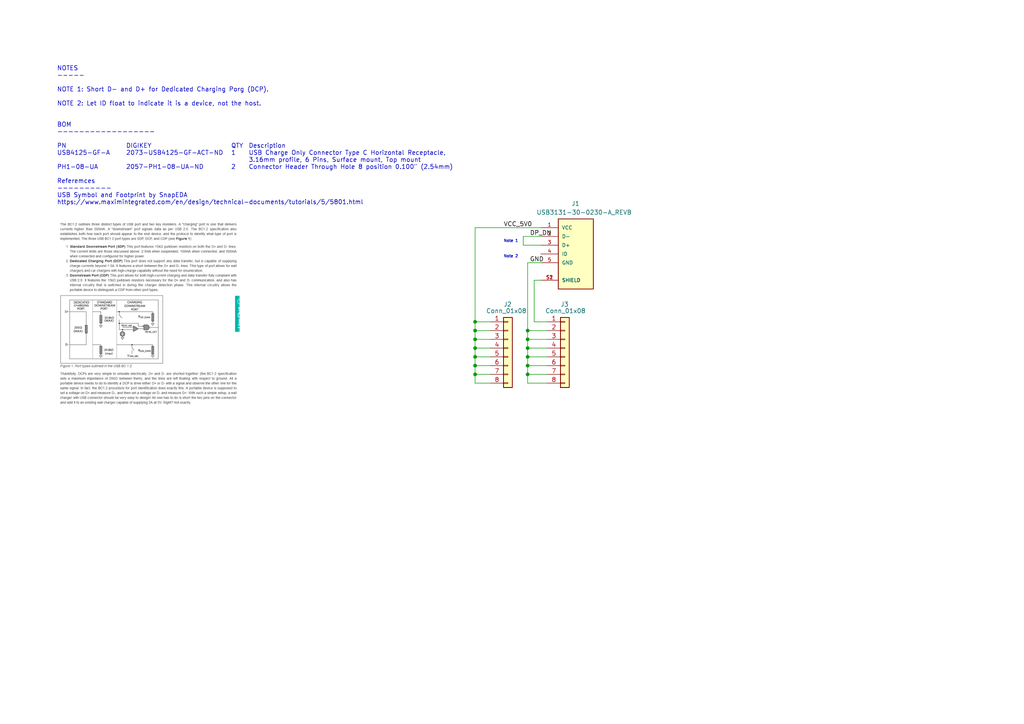
<source format=kicad_sch>
(kicad_sch (version 20211123) (generator eeschema)
  (paper "A4")
  (title_block (title "USB-DIP-5V") (rev "1.0") (company "JWRR"))
  (lib_symbols
    (symbol "Connector_Generic:Conn_01x08" (pin_names (offset 1.016) hide)
      (property "Reference" "J" (at 0 10.16 0))
      (property "Value" "Conn_01x08" (at 0 -12.7 0))
      (symbol "Conn_01x08_1_1"
        (rectangle (start -1.27 -10.033) (end 0 -10.287) (stroke (width 0.1524)))
        (rectangle (start -1.27 -7.493) (end 0 -7.747) (stroke (width 0.1524)))
        (rectangle (start -1.27 -4.953) (end 0 -5.207) (stroke (width 0.1524)))
        (rectangle (start -1.27 -2.413) (end 0 -2.667) (stroke (width 0.1524)))
        (rectangle (start -1.27 0.127) (end 0 -0.127) (stroke (width 0.1524)))
        (rectangle (start -1.27 2.667) (end 0 2.413) (stroke (width 0.1524)))
        (rectangle (start -1.27 5.207) (end 0 4.953) (stroke (width 0.1524)))
        (rectangle (start -1.27 7.747) (end 0 7.493) (stroke (width 0.1524)))
        (rectangle (start -1.27 8.89) (end 1.27 -11.43) (stroke (width 0.254)) (fill (type background)))
        (pin passive line (at -5.08 7.62 0) (length 3.81) (name "Pin_1") (number "1"))
        (pin passive line (at -5.08 5.08 0) (length 3.81) (name "Pin_2") (number "2"))
        (pin passive line (at -5.08 2.54 0) (length 3.81) (name "Pin_3") (number "3"))
        (pin passive line (at -5.08 0 0) (length 3.81) (name "Pin_4") (number "4"))
        (pin passive line (at -5.08 -2.54 0) (length 3.81) (name "Pin_5") (number "5"))
        (pin passive line (at -5.08 -5.08 0) (length 3.81) (name "Pin_6") (number "6"))
        (pin passive line (at -5.08 -7.62 0) (length 3.81) (name "Pin_7") (number "7"))
        (pin passive line (at -5.08 -10.16 0) (length 3.81) (name "Pin_8") (number "8"))
      )
    )
    (symbol "USB3131-30-0230-A_REVB:USB3131-30-0230-A_REVB" (pin_names (offset 1.016))
      (property "Reference" "J" (at -5.08 10.795 0))
      (property "Value" "USB3131-30-0230-A_REVB" (at -5.08 -12.7 0))
      (symbol "USB3131-30-0230-A_REVB_0_0"
        (rectangle (start -5.08 -10.16) (end 5.08 10.16) (stroke (width 0.254)) (fill (type background)))
        (pin power_in line (at -10.16 7.62 0) (length 5.08) (name "VCC") (number "1"))
        (pin bidirectional line (at -10.16 5.08 0) (length 5.08) (name "D-") (number "2"))
        (pin bidirectional line (at -10.16 2.54 0) (length 5.08) (name "D+") (number "3"))
        (pin bidirectional line (at -10.16 0 0) (length 5.08) (name "ID") (number "4"))
        (pin power_in line (at -10.16 -2.54 0) (length 5.08) (name "GND") (number "5"))
        (pin passive line (at -10.16 -7.62 0) (length 5.08) (name "SHIELD") (number "S1"))
        (pin passive line (at -10.16 -7.62 0) (length 5.08) (name "SHIELD") (number "S2"))
      )
    )
  )
  (junction (at 153.035 106.045))
  (junction (at 137.795 98.425))
  (junction (at 153.035 95.885))
  (junction (at 137.795 93.345))
  (junction (at 137.795 106.045))
  (junction (at 137.795 103.505))
  (junction (at 137.795 100.965))
  (junction (at 153.035 100.965))
  (junction (at 153.035 103.505))
  (junction (at 153.035 108.585))
  (junction (at 153.035 98.425))
  (junction (at 137.795 108.585))
  (junction (at 137.795 95.885))
  (wire (pts (xy 153.035 76.2) (xy 153.035 95.885)))
  (wire (pts (xy 137.795 106.045) (xy 142.24 106.045)))
  (wire (pts (xy 153.035 98.425) (xy 153.035 100.965)))
  (wire (pts (xy 137.795 93.345) (xy 142.24 93.345)))
  (wire (pts (xy 158.75 95.885) (xy 153.035 95.885)))
  (wire (pts (xy 151.765 68.58) (xy 156.845 68.58)))
  (wire (pts (xy 156.845 81.28) (xy 154.94 81.28)))
  (wire (pts (xy 153.035 111.125) (xy 153.035 108.585)))
  (wire (pts (xy 137.795 95.885) (xy 142.24 95.885)))
  (wire (pts (xy 151.765 71.12) (xy 156.845 71.12)))
  (wire (pts (xy 137.795 103.505) (xy 137.795 106.045)))
  (wire (pts (xy 153.035 100.965) (xy 158.75 100.965)))
  (wire (pts (xy 153.035 106.045) (xy 153.035 108.585)))
  (wire (pts (xy 153.035 76.2) (xy 156.845 76.2)))
  (wire (pts (xy 153.035 103.505) (xy 153.035 106.045)))
  (wire (pts (xy 153.035 98.425) (xy 158.75 98.425)))
  (wire (pts (xy 137.795 111.125) (xy 137.795 108.585)))
  (wire (pts (xy 137.795 66.04) (xy 137.795 93.345)))
  (wire (pts (xy 137.795 98.425) (xy 137.795 100.965)))
  (wire (pts (xy 154.94 93.345) (xy 158.75 93.345)))
  (wire (pts (xy 153.035 103.505) (xy 158.75 103.505)))
  (wire (pts (xy 153.035 100.965) (xy 153.035 103.505)))
  (wire (pts (xy 153.035 111.125) (xy 158.75 111.125)))
  (wire (pts (xy 142.24 111.125) (xy 137.795 111.125)))
  (wire (pts (xy 151.765 68.58) (xy 151.765 71.12)))
  (wire (pts (xy 154.94 81.28) (xy 154.94 93.345)))
  (wire (pts (xy 137.795 103.505) (xy 142.24 103.505)))
  (wire (pts (xy 142.24 98.425) (xy 137.795 98.425)))
  (wire (pts (xy 137.795 100.965) (xy 137.795 103.505)))
  (wire (pts (xy 153.035 108.585) (xy 158.75 108.585)))
  (wire (pts (xy 137.795 108.585) (xy 142.24 108.585)))
  (wire (pts (xy 137.795 106.045) (xy 137.795 108.585)))
  (wire (pts (xy 137.795 93.345) (xy 137.795 95.885)))
  (wire (pts (xy 156.845 66.04) (xy 137.795 66.04)))
  (wire (pts (xy 137.795 95.885) (xy 137.795 98.425)))
  (wire (pts (xy 137.795 100.965) (xy 142.24 100.965)))
  (wire (pts (xy 153.035 106.045) (xy 158.75 106.045)))
  (wire (pts (xy 153.035 95.885) (xy 153.035 98.425)))
  (image (at 43.18 90.805) (scale 0.822841))
  (text "Note 1" (at 146.05 70.485 0) (effects (font (size 0.8 0.8)) (justify left bottom)))
  (text "NOTES\n-----\n\nNOTE 1: Short D- and D+ for Dedicated Charging Porg (DCP).\n\nNOTE 2: Let ID float to indicate it is a device, not the host.\n\n\nBOM\n------------------\n\nPN				DIGIKEY					QTY	Description\nUSB4125-GF-A	2073-USB4125-GF-ACT-ND	1	USB Charge Only Connector Type C Horizontal Receptacle, \n											3.16mm profile, 6 Pins, Surface mount, Top mount\nPH1-08-UA		2057-PH1-08-UA-ND		2	Connector Header Through Hole 8 position 0.100\" (2.54mm)\n\nReferemces\n----------\nUSB Symbol and Footprint by SnapEDA\nhttps://www.maximintegrated.com/en/design/technical-documents/tutorials/5/5801.html\n\n" (at 16.51 61.595 0) (effects (font (size 1.27 1.27)) (justify left bottom)))
  (text "Note 2" (at 146.05 74.93 0) (effects (font (size 0.8 0.8)) (justify left bottom)))
  (label "GND" (at 153.67 76.2 0))
  (label "DP_DN" (at 153.67 68.58 0))
  (label "VCC_5V0" (at 146.05 66.04 0))
  (symbol (lib_id "Connector_Generic:Conn_01x08") (at 147.32 100.965 0) (unit 1)
    (property "Reference" "J2" (at 146.05 88.265 0) (effects (justify left)))
    (property "Value" "Conn_01x08" (at 140.97 90.17 0) (effects (justify left)))
    (property "Footprint" "Connector_PinHeader_2.54mm:PinHeader_1x08_P2.54mm_Vertical" (effects hide))
  )
  (symbol (lib_id "Connector_Generic:Conn_01x08") (at 163.83 100.965 0) (unit 1)
    (property "Reference" "J3" (at 162.56 88.265 0) (effects (justify left)))
    (property "Value" "Conn_01x08" (at 158.115 90.17 0) (effects (justify left)))
    (property "Footprint" "Connector_PinHeader_2.54mm:PinHeader_1x08_P2.54mm_Vertical" (effects hide))
  )
  (symbol (lib_id "USB3131-30-0230-A_REVB:USB3131-30-0230-A_REVB") (at 167.005 73.66 0) (unit 1)
    (property "Reference" "J1" (at 165.735 59.055 0) (effects (justify left)))
    (property "Value" "USB3131-30-0230-A_REVB" (at 155.575 61.595 0) (effects (justify left)))
    (property "Footprint" "GCT_USB3131-30-0230-A_REVB" (effects hide))
    (property "PARTREV" "B4" (effects hide))
    (property "MAXIMUM_PACKAGE_HEIGHT" "5.6 mm" (effects hide))
    (property "STANDARD" "Manufacturer Recommendations" (effects hide))
    (property "MANUFACTURER" "GCT" (effects hide))
  )
)
</source>
